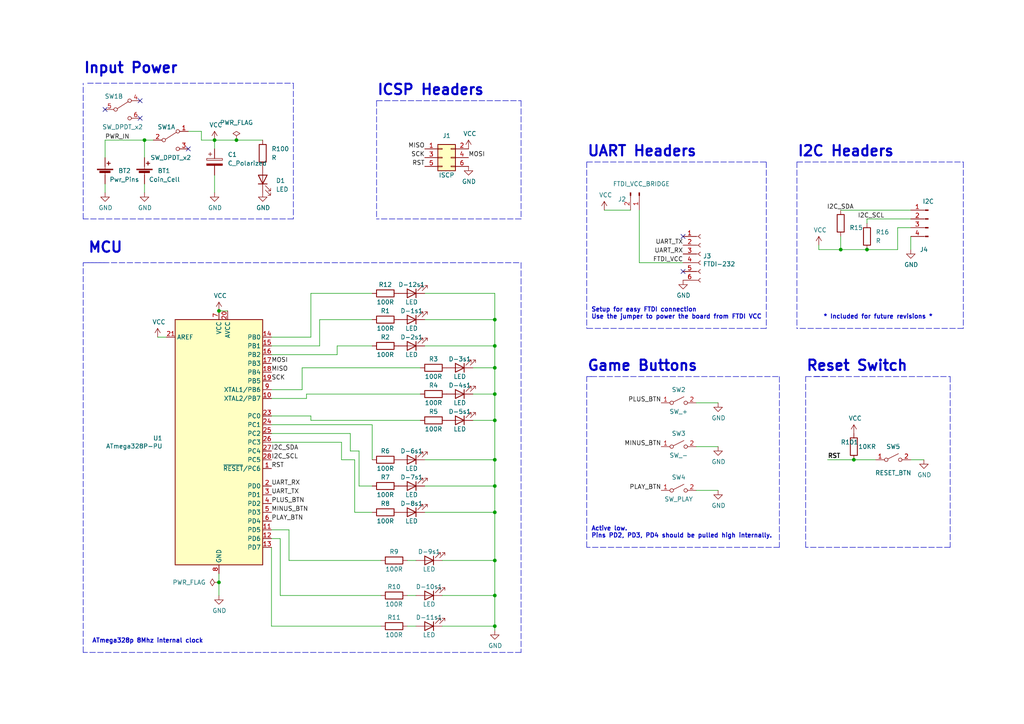
<source format=kicad_sch>
(kicad_sch (version 20211123) (generator eeschema)
  (paper "A4")
  (title_block (title "Reflex Light Game") (date "2022-05-20") (rev "0.1"))
  (lib_symbols
    (symbol "Battery_Cell_1" (pin_numbers hide) (pin_names (offset 0) hide)
      (property "Reference" "BT" (at 2.54 2.54 0))
      (property "Value" "Battery_Cell_1" (at 2.54 0 0))
      (symbol "Battery_Cell_1_0_1"
        (rectangle (start -2.286 1.778) (end 2.286 1.524) (fill (type outline)))
        (rectangle (start -1.5748 1.1938) (end 1.4732 0.6858) (fill (type outline)))
        (polyline (pts (xy 0 0.762) (xy 0 0)))
        (polyline (pts (xy 0 1.778) (xy 0 2.54)))
        (polyline (pts (xy 0.508 3.429) (xy 1.524 3.429)) (stroke (width 0.254)))
        (polyline (pts (xy 1.016 3.937) (xy 1.016 2.921)) (stroke (width 0.254)))
      )
      (symbol "Battery_Cell_1_1_1"
        (pin passive line (at 0 5.08 270) (length 2.54) (name "+") (number "1"))
        (pin passive line (at 0 -2.54 90) (length 2.54) (name "-") (number "2"))
      )
    )
    (symbol "Connector:Conn_01x02_Male" (pin_names (offset 1.016) hide)
      (property "Reference" "J" (at 0 2.54 0))
      (property "Value" "Conn_01x02_Male" (at 0 -5.08 0))
      (symbol "Conn_01x02_Male_1_1"
        (polyline (pts (xy 1.27 -2.54) (xy 0.8636 -2.54)) (stroke (width 0.1524)))
        (polyline (pts (xy 1.27 0) (xy 0.8636 0)) (stroke (width 0.1524)))
        (rectangle (start 0.8636 -2.413) (end 0 -2.667) (stroke (width 0.1524)) (fill (type outline)))
        (rectangle (start 0.8636 0.127) (end 0 -0.127) (stroke (width 0.1524)) (fill (type outline)))
        (pin passive line (at 5.08 0 180) (length 3.81) (name "Pin_1") (number "1"))
        (pin passive line (at 5.08 -2.54 180) (length 3.81) (name "Pin_2") (number "2"))
      )
    )
    (symbol "Connector:Conn_01x04_Male" (pin_names (offset 1.016) hide)
      (property "Reference" "J" (at 0 5.08 0))
      (property "Value" "Conn_01x04_Male" (at 0 -7.62 0))
      (symbol "Conn_01x04_Male_1_1"
        (polyline (pts (xy 1.27 -5.08) (xy 0.8636 -5.08)) (stroke (width 0.1524)))
        (polyline (pts (xy 1.27 -2.54) (xy 0.8636 -2.54)) (stroke (width 0.1524)))
        (polyline (pts (xy 1.27 0) (xy 0.8636 0)) (stroke (width 0.1524)))
        (polyline (pts (xy 1.27 2.54) (xy 0.8636 2.54)) (stroke (width 0.1524)))
        (rectangle (start 0.8636 -4.953) (end 0 -5.207) (stroke (width 0.1524)) (fill (type outline)))
        (rectangle (start 0.8636 -2.413) (end 0 -2.667) (stroke (width 0.1524)) (fill (type outline)))
        (rectangle (start 0.8636 0.127) (end 0 -0.127) (stroke (width 0.1524)) (fill (type outline)))
        (rectangle (start 0.8636 2.667) (end 0 2.413) (stroke (width 0.1524)) (fill (type outline)))
        (pin passive line (at 5.08 2.54 180) (length 3.81) (name "Pin_1") (number "1"))
        (pin passive line (at 5.08 0 180) (length 3.81) (name "Pin_2") (number "2"))
        (pin passive line (at 5.08 -2.54 180) (length 3.81) (name "Pin_3") (number "3"))
        (pin passive line (at 5.08 -5.08 180) (length 3.81) (name "Pin_4") (number "4"))
      )
    )
    (symbol "Connector:Conn_01x06_Female" (pin_names (offset 1.016) hide)
      (property "Reference" "J" (at 0 7.62 0))
      (property "Value" "Conn_01x06_Female" (at 0 -10.16 0))
      (symbol "Conn_01x06_Female_1_1"
        (arc (start 0 -7.112) (mid -0.508 -7.62) (end 0 -8.128) (stroke (width 0.1524)))
        (arc (start 0 -4.572) (mid -0.508 -5.08) (end 0 -5.588) (stroke (width 0.1524)))
        (arc (start 0 -2.032) (mid -0.508 -2.54) (end 0 -3.048) (stroke (width 0.1524)))
        (polyline (pts (xy -1.27 -7.62) (xy -0.508 -7.62)) (stroke (width 0.1524)))
        (polyline (pts (xy -1.27 -5.08) (xy -0.508 -5.08)) (stroke (width 0.1524)))
        (polyline (pts (xy -1.27 -2.54) (xy -0.508 -2.54)) (stroke (width 0.1524)))
        (polyline (pts (xy -1.27 0) (xy -0.508 0)) (stroke (width 0.1524)))
        (polyline (pts (xy -1.27 2.54) (xy -0.508 2.54)) (stroke (width 0.1524)))
        (polyline (pts (xy -1.27 5.08) (xy -0.508 5.08)) (stroke (width 0.1524)))
        (arc (start 0 0.508) (mid -0.508 0) (end 0 -0.508) (stroke (width 0.1524)))
        (arc (start 0 3.048) (mid -0.508 2.54) (end 0 2.032) (stroke (width 0.1524)))
        (arc (start 0 5.588) (mid -0.508 5.08) (end 0 4.572) (stroke (width 0.1524)))
        (pin passive line (at -5.08 5.08 0) (length 3.81) (name "Pin_1") (number "1"))
        (pin passive line (at -5.08 2.54 0) (length 3.81) (name "Pin_2") (number "2"))
        (pin passive line (at -5.08 0 0) (length 3.81) (name "Pin_3") (number "3"))
        (pin passive line (at -5.08 -2.54 0) (length 3.81) (name "Pin_4") (number "4"))
        (pin passive line (at -5.08 -5.08 0) (length 3.81) (name "Pin_5") (number "5"))
        (pin passive line (at -5.08 -7.62 0) (length 3.81) (name "Pin_6") (number "6"))
      )
    )
    (symbol "Connector_Generic:Conn_02x03_Odd_Even" (pin_names (offset 1.016) hide)
      (property "Reference" "J" (at 1.27 5.08 0))
      (property "Value" "Conn_02x03_Odd_Even" (at 1.27 -5.08 0))
      (symbol "Conn_02x03_Odd_Even_1_1"
        (rectangle (start -1.27 -2.413) (end 0 -2.667) (stroke (width 0.1524)))
        (rectangle (start -1.27 0.127) (end 0 -0.127) (stroke (width 0.1524)))
        (rectangle (start -1.27 2.667) (end 0 2.413) (stroke (width 0.1524)))
        (rectangle (start -1.27 3.81) (end 3.81 -3.81) (stroke (width 0.254)) (fill (type background)))
        (rectangle (start 3.81 -2.413) (end 2.54 -2.667) (stroke (width 0.1524)))
        (rectangle (start 3.81 0.127) (end 2.54 -0.127) (stroke (width 0.1524)))
        (rectangle (start 3.81 2.667) (end 2.54 2.413) (stroke (width 0.1524)))
        (pin passive line (at -5.08 2.54 0) (length 3.81) (name "Pin_1") (number "1"))
        (pin passive line (at 7.62 2.54 180) (length 3.81) (name "Pin_2") (number "2"))
        (pin passive line (at -5.08 0 0) (length 3.81) (name "Pin_3") (number "3"))
        (pin passive line (at 7.62 0 180) (length 3.81) (name "Pin_4") (number "4"))
        (pin passive line (at -5.08 -2.54 0) (length 3.81) (name "Pin_5") (number "5"))
        (pin passive line (at 7.62 -2.54 180) (length 3.81) (name "Pin_6") (number "6"))
      )
    )
    (symbol "Device:Battery_Cell" (pin_numbers hide) (pin_names (offset 0) hide)
      (property "Reference" "BT" (at 2.54 2.54 0))
      (property "Value" "Battery_Cell" (at 2.54 0 0))
      (symbol "Battery_Cell_0_1"
        (rectangle (start -2.286 1.778) (end 2.286 1.524) (fill (type outline)))
        (rectangle (start -1.5748 1.1938) (end 1.4732 0.6858) (fill (type outline)))
        (polyline (pts (xy 0 0.762) (xy 0 0)))
        (polyline (pts (xy 0 1.778) (xy 0 2.54)))
        (polyline (pts (xy 0.508 3.429) (xy 1.524 3.429)) (stroke (width 0.254)))
        (polyline (pts (xy 1.016 3.937) (xy 1.016 2.921)) (stroke (width 0.254)))
      )
      (symbol "Battery_Cell_1_1"
        (pin passive line (at 0 5.08 270) (length 2.54) (name "+") (number "1"))
        (pin passive line (at 0 -2.54 90) (length 2.54) (name "-") (number "2"))
      )
    )
    (symbol "Device:C_Polarized" (pin_numbers hide) (pin_names (offset 0.254))
      (property "Reference" "C" (at 0.635 2.54 0))
      (property "Value" "C_Polarized" (at 0.635 -2.54 0))
      (symbol "C_Polarized_0_1"
        (rectangle (start -2.286 0.508) (end 2.286 1.016))
        (polyline (pts (xy -1.778 2.286) (xy -0.762 2.286)))
        (polyline (pts (xy -1.27 2.794) (xy -1.27 1.778)))
        (rectangle (start 2.286 -0.508) (end -2.286 -1.016) (fill (type outline)))
      )
      (symbol "C_Polarized_1_1"
        (pin passive line (at 0 3.81 270) (length 2.794) (name "~") (number "1"))
        (pin passive line (at 0 -3.81 90) (length 2.794) (name "~") (number "2"))
      )
    )
    (symbol "Device:LED" (pin_numbers hide) (pin_names (offset 1.016) hide)
      (property "Reference" "D" (at 0 2.54 0))
      (property "Value" "LED" (at 0 -2.54 0))
      (symbol "LED_0_1"
        (polyline (pts (xy -1.27 -1.27) (xy -1.27 1.27)) (stroke (width 0.254)))
        (polyline (pts (xy -1.27 0) (xy 1.27 0)))
        (polyline (pts (xy 1.27 -1.27) (xy 1.27 1.27) (xy -1.27 0) (xy 1.27 -1.27)) (stroke (width 0.254)))
        (polyline (pts (xy -3.048 -0.762) (xy -4.572 -2.286) (xy -3.81 -2.286) (xy -4.572 -2.286) (xy -4.572 -1.524)))
        (polyline (pts (xy -1.778 -0.762) (xy -3.302 -2.286) (xy -2.54 -2.286) (xy -3.302 -2.286) (xy -3.302 -1.524)))
      )
      (symbol "LED_1_1"
        (pin passive line (at -3.81 0 0) (length 2.54) (name "K") (number "1"))
        (pin passive line (at 3.81 0 180) (length 2.54) (name "A") (number "2"))
      )
    )
    (symbol "Device:R" (pin_numbers hide) (pin_names (offset 0))
      (property "Reference" "R" (at 2.032 0 90))
      (property "Value" "R" (at 0 0 90))
      (symbol "R_0_1"
        (rectangle (start -1.016 -2.54) (end 1.016 2.54) (stroke (width 0.254)))
      )
      (symbol "R_1_1"
        (pin passive line (at 0 3.81 270) (length 1.27) (name "~") (number "1"))
        (pin passive line (at 0 -3.81 90) (length 1.27) (name "~") (number "2"))
      )
    )
    (symbol "LightReflexGame-rescue:ATmega328P-PU-MCU_Microchip_ATmega"
      (property "Reference" "U" (at -12.7 36.83 0))
      (property "Value" "ATmega328P-PU-MCU_Microchip_ATmega" (at 2.54 -36.83 0))
      (symbol "ATmega328P-PU-MCU_Microchip_ATmega_0_1"
        (rectangle (start -12.7 -35.56) (end 12.7 35.56) (stroke (width 0.254)) (fill (type background)))
      )
      (symbol "ATmega328P-PU-MCU_Microchip_ATmega_1_1"
        (pin bidirectional line (at 15.24 -7.62 180) (length 2.54) (name "~{RESET}/PC6") (number "1"))
        (pin bidirectional line (at 15.24 12.7 180) (length 2.54) (name "XTAL2/PB7") (number "10"))
        (pin bidirectional line (at 15.24 -25.4 180) (length 2.54) (name "PD5") (number "11"))
        (pin bidirectional line (at 15.24 -27.94 180) (length 2.54) (name "PD6") (number "12"))
        (pin bidirectional line (at 15.24 -30.48 180) (length 2.54) (name "PD7") (number "13"))
        (pin bidirectional line (at 15.24 30.48 180) (length 2.54) (name "PB0") (number "14"))
        (pin bidirectional line (at 15.24 27.94 180) (length 2.54) (name "PB1") (number "15"))
        (pin bidirectional line (at 15.24 25.4 180) (length 2.54) (name "PB2") (number "16"))
        (pin bidirectional line (at 15.24 22.86 180) (length 2.54) (name "PB3") (number "17"))
        (pin bidirectional line (at 15.24 20.32 180) (length 2.54) (name "PB4") (number "18"))
        (pin bidirectional line (at 15.24 17.78 180) (length 2.54) (name "PB5") (number "19"))
        (pin bidirectional line (at 15.24 -12.7 180) (length 2.54) (name "PD0") (number "2"))
        (pin power_in line (at 2.54 38.1 270) (length 2.54) (name "AVCC") (number "20"))
        (pin passive line (at -15.24 30.48 0) (length 2.54) (name "AREF") (number "21"))
        (pin passive line (at 0 -38.1 90) (length 2.54) hide (name "GND") (number "22"))
        (pin bidirectional line (at 15.24 7.62 180) (length 2.54) (name "PC0") (number "23"))
        (pin bidirectional line (at 15.24 5.08 180) (length 2.54) (name "PC1") (number "24"))
        (pin bidirectional line (at 15.24 2.54 180) (length 2.54) (name "PC2") (number "25"))
        (pin bidirectional line (at 15.24 0 180) (length 2.54) (name "PC3") (number "26"))
        (pin bidirectional line (at 15.24 -2.54 180) (length 2.54) (name "PC4") (number "27"))
        (pin bidirectional line (at 15.24 -5.08 180) (length 2.54) (name "PC5") (number "28"))
        (pin bidirectional line (at 15.24 -15.24 180) (length 2.54) (name "PD1") (number "3"))
        (pin bidirectional line (at 15.24 -17.78 180) (length 2.54) (name "PD2") (number "4"))
        (pin bidirectional line (at 15.24 -20.32 180) (length 2.54) (name "PD3") (number "5"))
        (pin bidirectional line (at 15.24 -22.86 180) (length 2.54) (name "PD4") (number "6"))
        (pin power_in line (at 0 38.1 270) (length 2.54) (name "VCC") (number "7"))
        (pin power_in line (at 0 -38.1 90) (length 2.54) (name "GND") (number "8"))
        (pin bidirectional line (at 15.24 15.24 180) (length 2.54) (name "XTAL1/PB6") (number "9"))
      )
    )
    (symbol "Switch:SW_DPDT_x2" (pin_names (offset 0) hide)
      (property "Reference" "SW" (at 0 4.318 0))
      (property "Value" "SW_DPDT_x2" (at 0 -5.08 0))
      (symbol "SW_DPDT_x2_0_0"
        (circle (center -2.032 0) (radius 0.508))
        (circle (center 2.032 -2.54) (radius 0.508))
      )
      (symbol "SW_DPDT_x2_0_1"
        (polyline (pts (xy -1.524 0.254) (xy 1.651 2.286)))
        (circle (center 2.032 2.54) (radius 0.508))
      )
      (symbol "SW_DPDT_x2_1_1"
        (pin passive line (at 5.08 2.54 180) (length 2.54) (name "A") (number "1"))
        (pin passive line (at -5.08 0 0) (length 2.54) (name "B") (number "2"))
        (pin passive line (at 5.08 -2.54 180) (length 2.54) (name "C") (number "3"))
      )
      (symbol "SW_DPDT_x2_2_1"
        (pin passive line (at 5.08 2.54 180) (length 2.54) (name "A") (number "4"))
        (pin passive line (at -5.08 0 0) (length 2.54) (name "B") (number "5"))
        (pin passive line (at 5.08 -2.54 180) (length 2.54) (name "C") (number "6"))
      )
    )
    (symbol "Switch:SW_SPST" (pin_names (offset 0) hide)
      (property "Reference" "SW" (at 0 3.175 0))
      (property "Value" "SW_SPST" (at 0 -2.54 0))
      (symbol "SW_SPST_0_0"
        (circle (center -2.032 0) (radius 0.508))
        (polyline (pts (xy -1.524 0.254) (xy 1.524 1.778)))
        (circle (center 2.032 0) (radius 0.508))
      )
      (symbol "SW_SPST_1_1"
        (pin passive line (at -5.08 0 0) (length 2.54) (name "A") (number "1"))
        (pin passive line (at 5.08 0 180) (length 2.54) (name "B") (number "2"))
      )
    )
    (symbol "power:GND" (power) (pin_names (offset 0))
      (property "Value" "GND" (at 0 -3.81 0))
      (symbol "GND_0_1"
        (polyline (pts (xy 0 0) (xy 0 -1.27) (xy 1.27 -1.27) (xy 0 -2.54) (xy -1.27 -1.27) (xy 0 -1.27)))
      )
      (symbol "GND_1_1"
        (pin power_in line (at 0 0 270) (length 0) hide (name "GND") (number "1"))
      )
    )
    (symbol "power:PWR_FLAG" (power) (pin_numbers hide) (pin_names (offset 0) hide)
      (property "Value" "PWR_FLAG" (at 0 3.81 0))
      (symbol "PWR_FLAG_0_0"
        (pin power_out line (at 0 0 90) (length 0) (name "pwr") (number "1"))
      )
      (symbol "PWR_FLAG_0_1"
        (polyline (pts (xy 0 0) (xy 0 1.27) (xy -1.016 1.905) (xy 0 2.54) (xy 1.016 1.905) (xy 0 1.27)))
      )
    )
    (symbol "power:VCC" (power) (pin_names (offset 0))
      (property "Value" "VCC" (at 0 3.81 0))
      (symbol "VCC_0_1"
        (polyline (pts (xy -0.762 1.27) (xy 0 2.54)))
        (polyline (pts (xy 0 0) (xy 0 2.54)))
        (polyline (pts (xy 0 2.54) (xy 0.762 1.27)))
      )
      (symbol "VCC_1_1"
        (pin power_in line (at 0 0 90) (length 0) hide (name "VCC") (number "1"))
      )
    )
  )
  (junction (at 143.51 162.56))
  (junction (at 143.51 106.68))
  (junction (at 251.46 72.39))
  (junction (at 143.51 121.92))
  (junction (at 68.58 40.64))
  (junction (at 247.65 133.35))
  (junction (at 41.91 40.64))
  (junction (at 143.51 172.72))
  (junction (at 63.5 168.91))
  (junction (at 143.51 92.71))
  (junction (at 143.51 140.97))
  (junction (at 143.51 133.35))
  (junction (at 62.23 40.64))
  (junction (at 63.5 90.17))
  (junction (at 143.51 114.3))
  (junction (at 143.51 148.59))
  (junction (at 143.51 100.33))
  (junction (at 243.84 72.39))
  (junction (at 143.51 181.61))
  (no_connect (at 30.48 31.75))
  (no_connect (at 40.64 29.21))
  (no_connect (at 198.12 68.58))
  (no_connect (at 40.64 34.29))
  (no_connect (at 198.12 78.74))
  (no_connect (at 54.61 43.18))
  (wire (pts (xy 243.84 60.96) (xy 264.16 60.96)))
  (wire (pts (xy 110.49 172.72) (xy 81.28 172.72)))
  (wire (pts (xy 88.9 114.3) (xy 88.9 115.57)))
  (wire (pts (xy 143.51 140.97) (xy 143.51 148.59)))
  (polyline (pts (xy 231.14 46.99) (xy 279.4 46.99)))
  (polyline (pts (xy 222.25 95.25) (xy 170.18 95.25)))
  (polyline (pts (xy 25.4 76.2) (xy 151.13 76.2)))
  (wire (pts (xy 62.23 40.64) (xy 58.42 40.64)))
  (wire (pts (xy 143.51 148.59) (xy 143.51 162.56)))
  (wire (pts (xy 30.48 55.88) (xy 30.48 53.34)))
  (wire (pts (xy 260.35 66.04) (xy 264.16 66.04)))
  (wire (pts (xy 243.84 72.39) (xy 251.46 72.39)))
  (polyline (pts (xy 231.14 46.99) (xy 231.14 95.25)))
  (polyline (pts (xy 170.18 46.99) (xy 222.25 46.99)))
  (wire (pts (xy 62.23 40.64) (xy 68.58 40.64)))
  (wire (pts (xy 45.72 97.79) (xy 48.26 97.79)))
  (polyline (pts (xy 222.25 46.99) (xy 222.25 95.25)))
  (wire (pts (xy 30.48 40.64) (xy 41.91 40.64)))
  (wire (pts (xy 107.95 123.19) (xy 107.95 133.35)))
  (polyline (pts (xy 170.18 46.99) (xy 170.18 95.25)))
  (wire (pts (xy 99.06 133.35) (xy 99.06 128.27)))
  (wire (pts (xy 185.42 60.96) (xy 185.42 76.2)))
  (wire (pts (xy 102.87 133.35) (xy 99.06 133.35)))
  (wire (pts (xy 63.5 172.72) (xy 63.5 168.91)))
  (wire (pts (xy 123.19 133.35) (xy 143.51 133.35)))
  (wire (pts (xy 102.87 148.59) (xy 107.95 148.59)))
  (wire (pts (xy 62.23 40.64) (xy 62.23 43.18)))
  (polyline (pts (xy 151.13 29.21) (xy 151.13 63.5)))
  (wire (pts (xy 90.17 121.92) (xy 90.17 120.65)))
  (wire (pts (xy 237.49 71.12) (xy 237.49 72.39)))
  (wire (pts (xy 267.97 133.35) (xy 264.16 133.35)))
  (polyline (pts (xy 236.22 109.22) (xy 275.59 109.22)))
  (wire (pts (xy 143.51 100.33) (xy 143.51 106.68)))
  (wire (pts (xy 143.51 92.71) (xy 143.51 100.33)))
  (polyline (pts (xy 25.4 24.13) (xy 85.09 24.13)))
  (wire (pts (xy 240.03 133.35) (xy 247.65 133.35)))
  (polyline (pts (xy 85.09 24.13) (xy 85.09 63.5)))
  (wire (pts (xy 41.91 55.88) (xy 41.91 53.34)))
  (wire (pts (xy 87.63 106.68) (xy 87.63 113.03)))
  (polyline (pts (xy 279.4 46.99) (xy 279.4 95.25)))
  (wire (pts (xy 123.19 100.33) (xy 143.51 100.33)))
  (polyline (pts (xy 24.13 29.21) (xy 24.13 24.13)))
  (wire (pts (xy 78.74 123.19) (xy 107.95 123.19)))
  (wire (pts (xy 90.17 120.65) (xy 78.74 120.65)))
  (wire (pts (xy 81.28 172.72) (xy 81.28 156.21)))
  (wire (pts (xy 63.5 168.91) (xy 63.5 166.37)))
  (polyline (pts (xy 233.68 109.22) (xy 240.03 109.22)))
  (wire (pts (xy 87.63 106.68) (xy 121.92 106.68)))
  (wire (pts (xy 88.9 114.3) (xy 121.92 114.3)))
  (wire (pts (xy 123.19 140.97) (xy 143.51 140.97)))
  (wire (pts (xy 143.51 133.35) (xy 143.51 140.97)))
  (polyline (pts (xy 24.13 189.23) (xy 24.13 76.2)))
  (polyline (pts (xy 171.45 109.22) (xy 226.06 109.22)))
  (wire (pts (xy 118.11 162.56) (xy 120.65 162.56)))
  (wire (pts (xy 128.27 172.72) (xy 143.51 172.72)))
  (polyline (pts (xy 170.18 158.75) (xy 170.18 109.22)))
  (wire (pts (xy 118.11 172.72) (xy 120.65 172.72)))
  (wire (pts (xy 143.51 85.09) (xy 143.51 92.71)))
  (wire (pts (xy 137.16 121.92) (xy 143.51 121.92)))
  (wire (pts (xy 104.14 140.97) (xy 107.95 140.97)))
  (wire (pts (xy 81.28 156.21) (xy 78.74 156.21)))
  (wire (pts (xy 143.51 162.56) (xy 143.51 172.72)))
  (wire (pts (xy 63.5 90.17) (xy 66.04 90.17)))
  (wire (pts (xy 260.35 72.39) (xy 260.35 66.04)))
  (wire (pts (xy 137.16 114.3) (xy 143.51 114.3)))
  (wire (pts (xy 92.71 100.33) (xy 92.71 92.71)))
  (wire (pts (xy 264.16 68.58) (xy 264.16 72.39)))
  (wire (pts (xy 251.46 72.39) (xy 260.35 72.39)))
  (wire (pts (xy 143.51 106.68) (xy 143.51 114.3)))
  (wire (pts (xy 104.14 130.81) (xy 101.6 130.81)))
  (polyline (pts (xy 85.09 63.5) (xy 24.13 63.5)))
  (polyline (pts (xy 170.18 109.22) (xy 171.45 109.22)))
  (wire (pts (xy 185.42 76.2) (xy 198.12 76.2)))
  (wire (pts (xy 68.58 40.64) (xy 76.2 40.64)))
  (wire (pts (xy 90.17 85.09) (xy 107.95 85.09)))
  (wire (pts (xy 137.16 106.68) (xy 143.51 106.68)))
  (wire (pts (xy 83.82 162.56) (xy 83.82 153.67)))
  (wire (pts (xy 87.63 113.03) (xy 78.74 113.03)))
  (wire (pts (xy 41.91 40.64) (xy 41.91 45.72)))
  (wire (pts (xy 123.19 148.59) (xy 143.51 148.59)))
  (wire (pts (xy 90.17 97.79) (xy 90.17 85.09)))
  (wire (pts (xy 99.06 128.27) (xy 78.74 128.27)))
  (wire (pts (xy 83.82 153.67) (xy 78.74 153.67)))
  (wire (pts (xy 143.51 172.72) (xy 143.51 181.61)))
  (wire (pts (xy 128.27 181.61) (xy 143.51 181.61)))
  (wire (pts (xy 243.84 68.58) (xy 243.84 72.39)))
  (wire (pts (xy 128.27 162.56) (xy 143.51 162.56)))
  (polyline (pts (xy 275.59 109.22) (xy 275.59 158.75)))
  (wire (pts (xy 92.71 92.71) (xy 107.95 92.71)))
  (wire (pts (xy 110.49 162.56) (xy 83.82 162.56)))
  (polyline (pts (xy 109.22 29.21) (xy 109.22 63.5)))
  (wire (pts (xy 175.26 60.96) (xy 182.88 60.96)))
  (wire (pts (xy 201.93 129.54) (xy 208.28 129.54)))
  (polyline (pts (xy 226.06 109.22) (xy 226.06 158.75)))
  (polyline (pts (xy 151.13 76.2) (xy 151.13 189.23)))
  (polyline (pts (xy 109.22 29.21) (xy 151.13 29.21)))
  (wire (pts (xy 78.74 125.73) (xy 101.6 125.73)))
  (wire (pts (xy 62.23 50.8) (xy 62.23 55.88)))
  (wire (pts (xy 123.19 85.09) (xy 143.51 85.09)))
  (wire (pts (xy 143.51 181.61) (xy 143.51 182.88)))
  (polyline (pts (xy 279.4 95.25) (xy 231.14 95.25)))
  (polyline (pts (xy 151.13 189.23) (xy 24.13 189.23)))
  (wire (pts (xy 104.14 130.81) (xy 104.14 140.97)))
  (wire (pts (xy 123.19 92.71) (xy 143.51 92.71)))
  (wire (pts (xy 90.17 121.92) (xy 121.92 121.92)))
  (wire (pts (xy 251.46 63.5) (xy 251.46 64.77)))
  (wire (pts (xy 143.51 114.3) (xy 143.51 121.92)))
  (wire (pts (xy 97.79 102.87) (xy 97.79 100.33)))
  (wire (pts (xy 78.74 102.87) (xy 97.79 102.87)))
  (wire (pts (xy 208.28 116.84) (xy 201.93 116.84)))
  (wire (pts (xy 58.42 40.64) (xy 58.42 38.1)))
  (polyline (pts (xy 151.13 63.5) (xy 109.22 63.5)))
  (wire (pts (xy 97.79 100.33) (xy 107.95 100.33)))
  (wire (pts (xy 251.46 63.5) (xy 264.16 63.5)))
  (polyline (pts (xy 24.13 63.5) (xy 24.13 29.21)))
  (wire (pts (xy 118.11 181.61) (xy 120.65 181.61)))
  (wire (pts (xy 237.49 72.39) (xy 243.84 72.39)))
  (wire (pts (xy 102.87 133.35) (xy 102.87 148.59)))
  (wire (pts (xy 30.48 40.64) (xy 30.48 45.72)))
  (wire (pts (xy 78.74 181.61) (xy 78.74 158.75)))
  (wire (pts (xy 143.51 121.92) (xy 143.51 133.35)))
  (wire (pts (xy 78.74 100.33) (xy 92.71 100.33)))
  (wire (pts (xy 58.42 38.1) (xy 54.61 38.1)))
  (polyline (pts (xy 275.59 158.75) (xy 233.68 158.75)))
  (wire (pts (xy 110.49 181.61) (xy 78.74 181.61)))
  (polyline (pts (xy 226.06 158.75) (xy 170.18 158.75)))
  (wire (pts (xy 78.74 97.79) (xy 90.17 97.79)))
  (wire (pts (xy 41.91 40.64) (xy 44.45 40.64)))
  (polyline (pts (xy 24.13 76.2) (xy 30.48 76.2)))
  (polyline (pts (xy 233.68 158.75) (xy 233.68 109.22)))
  (wire (pts (xy 201.93 142.24) (xy 208.28 142.24)))
  (wire (pts (xy 247.65 133.35) (xy 254 133.35)))
  (wire (pts (xy 101.6 130.81) (xy 101.6 125.73)))
  (wire (pts (xy 88.9 115.57) (xy 78.74 115.57)))
  (text "UART Headers" (at 170.18 45.72 0) (effects (font (size 3 3) (thickness 0.6) bold) (justify left bottom)))
  (text "ICSP Headers" (at 109.22 27.94 0) (effects (font (size 3 3) (thickness 0.6) bold) (justify left bottom)))
  (text "* Included for future revisions *" (at 238.76 92.71 0) (effects (font (size 1.27 1.27) bold) (justify left bottom)))
  (text "I2C Headers" (at 231.14 45.72 0) (effects (font (size 3 3) (thickness 0.6) bold) (justify left bottom)))
  (text "ATmega328p 8Mhz internal clock" (at 26.67 186.69 0) (effects (font (size 1.27 1.27) bold) (justify left bottom)))
  (text "Reset Switch" (at 233.68 107.95 0) (effects (font (size 3 3) (thickness 0.6) bold) (justify left bottom)))
  (text "Game Buttons" (at 170.18 107.95 0) (effects (font (size 3 3) (thickness 0.6) bold) (justify left bottom)))
  (text "Setup for easy FTDI connection\nUse the jumper to power the board from FTDI VCC" (at 171.45 92.71 0) (effects (font (size 1.27 1.27) bold) (justify left bottom)))
  (text "MCU" (at 25.4 73.66 0) (effects (font (size 3 3) (thickness 0.6) bold) (justify left bottom)))
  (text "Input Power" (at 24.13 21.59 0) (effects (font (size 3 3) (thickness 0.6) bold) (justify left bottom)))
  (text "Active low. \nPins PD2, PD3, PD4 should be pulled high internally." (at 171.45 156.21 0) (effects (font (size 1.27 1.27) bold) (justify left bottom)))
  (label "SCK" (at 123.19 45.72 180))
  (label "MOSI" (at 78.74 105.41 0))
  (label "RST" (at 243.84 133.35 180) (effects (font bold)))
  (label "PWR_IN" (at 30.48 40.64 0))
  (label "PLAY_BTN" (at 78.74 151.13 0))
  (label "PLAY_BTN" (at 191.77 142.24 180))
  (label "MISO" (at 78.74 107.95 0))
  (label "UART_RX" (at 78.74 140.97 0))
  (label "PLUS_BTN" (at 78.74 146.05 0))
  (label "MOSI" (at 135.89 45.72 0))
  (label "SCK" (at 78.74 110.49 0))
  (label "MISO" (at 123.19 43.18 180))
  (label "MINUS_BTN" (at 78.74 148.59 0))
  (label "I2C_SCL" (at 256.54 63.5 180))
  (label "PLUS_BTN" (at 191.77 116.84 180))
  (label "UART_TX" (at 198.12 71.12 180))
  (label "RST" (at 123.19 48.26 180))
  (label "RST" (at 78.74 135.89 0))
  (label "UART_TX" (at 78.74 143.51 0))
  (label "I2C_SDA" (at 78.74 130.81 0))
  (label "UART_RX" (at 198.12 73.66 180))
  (label "MINUS_BTN" (at 191.77 129.54 180))
  (label "FTDI_VCC" (at 198.12 76.2 180))
  (label "I2C_SDA" (at 247.65 60.96 180))
  (label "I2C_SCL" (at 78.74 133.35 0))
  (symbol (lib_id "LightReflexGame-rescue:ATmega328P-PU-MCU_Microchip_ATmega") (at 63.5 128.27 0) (unit 1)
    (property "Reference" "U1" (at 47.1424 127.1016 0) (effects (justify right)))
    (property "Value" "ATmega328P-PU" (at 47.1424 129.413 0) (effects (justify right)))
    (property "Footprint" "Package_DIP:DIP-28_W7.62mm" (effects hide))
    (property "Datasheet" "http://ww1.microchip.com/downloads/en/DeviceDoc/ATmega328_P%20AVR%20MCU%20with%20picoPower%20Technology%20Data%20Sheet%2040001984A.pdf" (effects hide))
  )
  (symbol (lib_name "Battery_Cell_1") (lib_id "Device:Battery_Cell") (at 41.91 50.8 0) (unit 1)
    (property "Reference" "BT1" (at 45.72 49.53 0) (effects (justify left)))
    (property "Value" "Coin_Cell" (at 43.18 52.07 0) (effects (justify left)))
    (property "Footprint" "Battery:BatteryHolder_bje_THT_1x2032" (effects hide))
  )
  (symbol (lib_id "Device:LED") (at 119.38 85.09 180) (unit 1)
    (property "Reference" "D-12s1" (at 119.38 82.55 0))
    (property "Value" "LED" (at 119.38 87.63 0))
    (property "Footprint" "LED_SMD:LED_0805_2012Metric_Pad1.15x1.40mm_HandSolder" (effects hide))
  )
  (symbol (lib_id "Device:LED") (at 119.38 92.71 180) (unit 1)
    (property "Reference" "D-1s1" (at 119.38 90.17 0))
    (property "Value" "LED" (at 119.38 95.25 0))
    (property "Footprint" "LED_SMD:LED_0805_2012Metric_Pad1.15x1.40mm_HandSolder" (effects hide))
  )
  (symbol (lib_id "Device:LED") (at 119.38 100.33 180) (unit 1)
    (property "Reference" "D-2s1" (at 119.38 97.79 0))
    (property "Value" "LED" (at 119.38 102.87 0))
    (property "Footprint" "LED_SMD:LED_0805_2012Metric_Pad1.15x1.40mm_HandSolder" (effects hide))
  )
  (symbol (lib_id "Device:LED") (at 133.35 106.68 180) (unit 1)
    (property "Reference" "D-3s1" (at 133.35 104.14 0))
    (property "Value" "LED" (at 133.35 109.22 0))
    (property "Footprint" "LED_SMD:LED_0805_2012Metric_Pad1.15x1.40mm_HandSolder" (effects hide))
  )
  (symbol (lib_id "Device:LED") (at 133.35 114.3 180) (unit 1)
    (property "Reference" "D-4s1" (at 133.35 111.76 0))
    (property "Value" "LED" (at 133.35 116.84 0))
    (property "Footprint" "LED_SMD:LED_0805_2012Metric_Pad1.15x1.40mm_HandSolder" (effects hide))
  )
  (symbol (lib_id "Device:LED") (at 133.35 121.92 180) (unit 1)
    (property "Reference" "D-5s1" (at 133.35 119.38 0))
    (property "Value" "LED" (at 133.35 124.46 0))
    (property "Footprint" "LED_SMD:LED_0805_2012Metric_Pad1.15x1.40mm_HandSolder" (effects hide))
  )
  (symbol (lib_id "Device:LED") (at 119.38 133.35 180) (unit 1)
    (property "Reference" "D-6s1" (at 119.38 130.81 0))
    (property "Value" "LED" (at 119.38 135.89 0))
    (property "Footprint" "LED_SMD:LED_0805_2012Metric_Pad1.15x1.40mm_HandSolder" (effects hide))
  )
  (symbol (lib_id "Device:LED") (at 119.38 140.97 180) (unit 1)
    (property "Reference" "D-7s1" (at 119.38 138.43 0))
    (property "Value" "LED" (at 119.38 143.51 0))
    (property "Footprint" "LED_SMD:LED_0805_2012Metric_Pad1.15x1.40mm_HandSolder" (effects hide))
  )
  (symbol (lib_id "Device:LED") (at 119.38 148.59 180) (unit 1)
    (property "Reference" "D-8s1" (at 119.38 146.05 0))
    (property "Value" "LED" (at 119.38 151.13 0))
    (property "Footprint" "LED_SMD:LED_0805_2012Metric_Pad1.15x1.40mm_HandSolder" (effects hide))
  )
  (symbol (lib_id "Device:LED") (at 124.46 162.56 180) (unit 1)
    (property "Reference" "D-9s1" (at 124.46 160.02 0))
    (property "Value" "LED" (at 124.46 165.1 0))
    (property "Footprint" "LED_SMD:LED_0805_2012Metric_Pad1.15x1.40mm_HandSolder" (effects hide))
  )
  (symbol (lib_id "Device:LED") (at 124.46 172.72 180) (unit 1)
    (property "Reference" "D-10s1" (at 124.46 170.18 0))
    (property "Value" "LED" (at 124.46 175.26 0))
    (property "Footprint" "LED_SMD:LED_0805_2012Metric_Pad1.15x1.40mm_HandSolder" (effects hide))
  )
  (symbol (lib_id "Device:LED") (at 124.46 181.61 180) (unit 1)
    (property "Reference" "D-11s1" (at 124.46 179.07 0))
    (property "Value" "LED" (at 124.46 184.15 0))
    (property "Footprint" "LED_SMD:LED_0805_2012Metric_Pad1.15x1.40mm_HandSolder" (effects hide))
  )
  (symbol (lib_id "Connector_Generic:Conn_02x03_Odd_Even") (at 128.27 45.72 0) (unit 1)
    (property "Reference" "J1" (at 129.54 39.37 0))
    (property "Value" "ISCP" (at 129.54 50.8 0))
    (property "Footprint" "Connector_PinHeader_2.54mm:PinHeader_2x03_P2.54mm_Vertical" (effects hide))
  )
  (symbol (lib_id "power:VCC") (at 135.89 43.18 0) (unit 1)
    (property "Reference" "#PWR09" (effects hide))
    (property "Value" "VCC" (at 136.271 38.7858 0))
  )
  (symbol (lib_id "power:VCC") (at 63.5 90.17 0) (unit 1)
    (property "Reference" "#PWR05" (effects hide))
    (property "Value" "VCC" (at 63.881 85.7758 0))
  )
  (symbol (lib_id "power:GND") (at 135.89 48.26 0) (unit 1)
    (property "Reference" "#PWR010" (effects hide))
    (property "Value" "GND" (at 136.017 52.6542 0))
  )
  (symbol (lib_id "Device:R") (at 111.76 85.09 270) (unit 1)
    (property "Reference" "R12" (at 111.76 82.55 90))
    (property "Value" "100R" (at 111.76 87.63 90))
    (property "Footprint" "Resistor_SMD:R_0805_2012Metric" (effects hide))
  )
  (symbol (lib_id "Device:R") (at 111.76 92.71 270) (unit 1)
    (property "Reference" "R1" (at 111.76 90.17 90))
    (property "Value" "100R" (at 111.76 95.25 90))
    (property "Footprint" "Resistor_SMD:R_0805_2012Metric" (effects hide))
  )
  (symbol (lib_id "Device:R") (at 111.76 100.33 270) (unit 1)
    (property "Reference" "R2" (at 111.76 97.79 90))
    (property "Value" "100R" (at 111.76 102.87 90))
    (property "Footprint" "Resistor_SMD:R_0805_2012Metric" (effects hide))
  )
  (symbol (lib_id "Device:R") (at 125.73 106.68 270) (unit 1)
    (property "Reference" "R3" (at 125.73 104.14 90))
    (property "Value" "100R" (at 125.73 109.22 90))
    (property "Footprint" "Resistor_SMD:R_0805_2012Metric" (effects hide))
  )
  (symbol (lib_id "Device:R") (at 125.73 114.3 270) (unit 1)
    (property "Reference" "R4" (at 125.73 111.76 90))
    (property "Value" "100R" (at 125.73 116.84 90))
    (property "Footprint" "Resistor_SMD:R_0805_2012Metric" (effects hide))
  )
  (symbol (lib_id "Device:R") (at 125.73 121.92 270) (unit 1)
    (property "Reference" "R5" (at 125.73 119.38 90))
    (property "Value" "100R" (at 125.73 124.46 90))
    (property "Footprint" "Resistor_SMD:R_0805_2012Metric" (effects hide))
  )
  (symbol (lib_id "Device:R") (at 111.76 133.35 270) (unit 1)
    (property "Reference" "R6" (at 111.76 130.81 90))
    (property "Value" "100R" (at 111.76 135.89 90))
    (property "Footprint" "Resistor_SMD:R_0805_2012Metric" (effects hide))
  )
  (symbol (lib_id "Device:R") (at 111.76 140.97 270) (unit 1)
    (property "Reference" "R7" (at 111.76 138.43 90))
    (property "Value" "100R" (at 111.76 143.51 90))
    (property "Footprint" "Resistor_SMD:R_0805_2012Metric" (effects hide))
  )
  (symbol (lib_id "Device:R") (at 111.76 148.59 270) (unit 1)
    (property "Reference" "R8" (at 111.76 146.05 90))
    (property "Value" "100R" (at 111.76 151.13 90))
    (property "Footprint" "Resistor_SMD:R_0805_2012Metric" (effects hide))
  )
  (symbol (lib_id "Device:R") (at 114.3 162.56 270) (unit 1)
    (property "Reference" "R9" (at 114.3 160.02 90))
    (property "Value" "100R" (at 114.3 165.1 90))
    (property "Footprint" "Resistor_SMD:R_0805_2012Metric" (effects hide))
  )
  (symbol (lib_id "Device:R") (at 114.3 172.72 270) (unit 1)
    (property "Reference" "R10" (at 114.3 170.18 90))
    (property "Value" "100R" (at 114.3 175.26 90))
    (property "Footprint" "Resistor_SMD:R_0805_2012Metric" (effects hide))
  )
  (symbol (lib_id "Device:R") (at 114.3 181.61 270) (unit 1)
    (property "Reference" "R11" (at 114.3 179.07 90))
    (property "Value" "100R" (at 114.3 184.15 90))
    (property "Footprint" "Resistor_SMD:R_0805_2012Metric" (effects hide))
  )
  (symbol (lib_id "power:GND") (at 143.51 182.88 0) (unit 1)
    (property "Reference" "#PWR011" (effects hide))
    (property "Value" "GND" (at 143.637 187.2742 0))
  )
  (symbol (lib_id "power:GND") (at 63.5 172.72 0) (unit 1)
    (property "Reference" "#PWR06" (effects hide))
    (property "Value" "GND" (at 63.627 177.1142 0))
  )
  (symbol (lib_id "Connector:Conn_01x06_Female") (at 203.2 73.66 0) (unit 1)
    (property "Reference" "J3" (at 203.9112 74.2696 0) (effects (justify left)))
    (property "Value" "FTDI-232" (at 203.9112 76.581 0) (effects (justify left)))
    (property "Footprint" "Connector_PinHeader_2.54mm:PinHeader_1x06_P2.54mm_Vertical" (effects hide))
  )
  (symbol (lib_id "power:GND") (at 198.12 81.28 0) (unit 1)
    (property "Reference" "#PWR013" (effects hide))
    (property "Value" "GND" (at 198.247 85.6742 0))
  )
  (symbol (lib_id "power:GND") (at 41.91 55.88 0) (unit 1)
    (property "Reference" "#PWR01" (effects hide))
    (property "Value" "GND" (at 42.037 60.2742 0))
  )
  (symbol (lib_id "Switch:SW_DPDT_x2") (at 49.53 40.64 0) (unit 1)
    (property "Reference" "SW1" (at 48.26 36.83 0))
    (property "Value" "SW_DPDT_x2" (at 49.53 45.72 0))
    (property "Footprint" "Button_Switch_SMD:SW_DPDT_MSS22D18_6pin_bje" (effects hide))
  )
  (symbol (lib_id "power:GND") (at 208.28 116.84 0) (unit 1)
    (property "Reference" "#PWR014" (effects hide))
    (property "Value" "GND" (at 208.407 121.2342 0))
  )
  (symbol (lib_id "Switch:SW_SPST") (at 196.85 142.24 0) (unit 1)
    (property "Reference" "SW4" (at 196.85 138.43 0))
    (property "Value" "SW_PLAY" (at 196.85 144.78 0))
    (property "Footprint" "Button_Switch_SMD:Switch_SPST_SMD_6mm_bje" (effects hide))
  )
  (symbol (lib_id "power:PWR_FLAG") (at 63.5 168.91 90) (unit 1)
    (property "Reference" "#FLG0102" (effects hide))
    (property "Value" "PWR_FLAG" (at 59.69 168.9099 90) (effects (justify left)))
  )
  (symbol (lib_id "power:VCC") (at 237.49 71.12 0) (unit 1)
    (property "Reference" "#PWR017" (effects hide))
    (property "Value" "VCC" (at 237.871 66.7258 0))
  )
  (symbol (lib_id "Device:R") (at 247.65 129.54 0) (unit 1)
    (property "Reference" "R101" (at 243.84 128.27 0) (effects (justify left)))
    (property "Value" "10KR" (at 248.92 129.54 0) (effects (justify left)))
    (property "Footprint" "Resistor_SMD:R_0805_2012Metric" (effects hide))
  )
  (symbol (lib_id "Switch:SW_SPST") (at 196.85 116.84 0) (unit 1)
    (property "Reference" "SW2" (at 196.85 113.03 0))
    (property "Value" "SW_+" (at 196.85 119.38 0))
    (property "Footprint" "Button_Switch_SMD:Switch_SPST_SMD_6mm_bje" (effects hide))
  )
  (symbol (lib_id "Connector:Conn_01x02_Male") (at 185.42 55.88 270) (unit 1)
    (property "Reference" "J2" (at 181.61 57.7851 90) (effects (justify right)))
    (property "Value" "FTDI_VCC_BRIDGE" (at 194.31 53.34 90) (effects (justify right)))
    (property "Footprint" "Connector_PinHeader_2.54mm:PinHeader_1x02_P2.54mm_Vertical" (effects hide))
  )
  (symbol (lib_id "Device:C_Polarized") (at 62.23 46.99 0) (unit 1)
    (property "Reference" "C1" (at 66.04 44.8309 0) (effects (justify left)))
    (property "Value" "C_Polarized" (at 66.04 47.3709 0) (effects (justify left)))
    (property "Footprint" "Capacitor_Tantalum_SMD:CP_EIA-3528-12_Kemet-T" (effects hide))
  )
  (symbol (lib_id "power:VCC") (at 247.65 125.73 0) (unit 1)
    (property "Reference" "#PWR019" (effects hide))
    (property "Value" "VCC" (at 248.031 121.3358 0))
  )
  (symbol (lib_id "power:GND") (at 30.48 55.88 0) (unit 1)
    (property "Reference" "#PWR020" (effects hide))
    (property "Value" "GND" (at 30.607 60.2742 0))
  )
  (symbol (lib_id "Switch:SW_DPDT_x2") (at 35.56 31.75 0) (unit 2)
    (property "Reference" "SW1" (at 33.02 27.94 0))
    (property "Value" "SW_DPDT_x2" (at 35.56 36.83 0))
    (property "Footprint" "Button_Switch_SMD:SW_DPDT_MSS22D18_6pin_bje" (effects hide))
  )
  (symbol (lib_id "power:GND") (at 267.97 133.35 0) (unit 1)
    (property "Reference" "#PWR08" (effects hide))
    (property "Value" "GND" (at 268.097 137.7442 0))
  )
  (symbol (lib_id "power:VCC") (at 62.23 40.64 0) (unit 1)
    (property "Reference" "#PWR03" (effects hide))
    (property "Value" "VCC" (at 62.611 36.2458 0))
  )
  (symbol (lib_id "Device:R") (at 251.46 68.58 0) (unit 1)
    (property "Reference" "R16" (at 254 67.3099 0) (effects (justify left)))
    (property "Value" "R" (at 254 69.8499 0) (effects (justify left)))
    (property "Footprint" "Resistor_SMD:R_0805_2012Metric" (effects hide))
  )
  (symbol (lib_id "power:GND") (at 208.28 142.24 0) (unit 1)
    (property "Reference" "#PWR016" (effects hide))
    (property "Value" "GND" (at 208.407 146.6342 0))
  )
  (symbol (lib_id "power:GND") (at 76.2 55.88 0) (unit 1)
    (property "Reference" "#PWR07" (effects hide))
    (property "Value" "GND" (at 76.327 60.2742 0))
  )
  (symbol (lib_id "Connector:Conn_01x04_Male") (at 269.24 63.5 0) (mirror y) (unit 1)
    (property "Reference" "J4" (at 267.97 72.39 0))
    (property "Value" "I2C" (at 269.24 58.42 0))
    (property "Footprint" "Connector_PinHeader_2.54mm:PinHeader_1x04_P2.54mm_Vertical" (effects hide))
  )
  (symbol (lib_id "power:GND") (at 62.23 55.88 0) (unit 1)
    (property "Reference" "#PWR04" (effects hide))
    (property "Value" "GND" (at 62.357 60.2742 0))
  )
  (symbol (lib_id "power:GND") (at 264.16 72.39 0) (unit 1)
    (property "Reference" "#PWR018" (effects hide))
    (property "Value" "GND" (at 264.287 76.7842 0))
  )
  (symbol (lib_id "Device:LED") (at 76.2 52.07 90) (unit 1)
    (property "Reference" "D1" (at 80.01 52.3874 90) (effects (justify right)))
    (property "Value" "LED" (at 80.01 54.9274 90) (effects (justify right)))
    (property "Footprint" "LED_SMD:LED_0805_2012Metric" (effects hide))
  )
  (symbol (lib_id "Device:Battery_Cell") (at 30.48 50.8 0) (unit 1)
    (property "Reference" "BT2" (at 34.29 49.53 0) (effects (justify left)))
    (property "Value" "Pwr_Pins" (at 31.75 52.07 0) (effects (justify left)))
    (property "Footprint" "Connector_PinHeader_2.54mm:PinHeader_1x02_P2.54mm_Vertical" (effects hide))
  )
  (symbol (lib_id "power:PWR_FLAG") (at 68.58 40.64 0) (unit 1)
    (property "Reference" "#FLG0101" (effects hide))
    (property "Value" "PWR_FLAG" (at 68.58 35.56 0))
  )
  (symbol (lib_id "Switch:SW_SPST") (at 259.08 133.35 0) (unit 1)
    (property "Reference" "SW5" (at 259.08 129.54 0))
    (property "Value" "RESET_BTN" (at 259.08 137.16 0))
    (property "Footprint" "Button_Switch_SMD:SW_SPST_FSMSM" (effects hide))
  )
  (symbol (lib_id "power:VCC") (at 45.72 97.79 0) (unit 1)
    (property "Reference" "#PWR02" (effects hide))
    (property "Value" "VCC" (at 46.101 93.3958 0))
  )
  (symbol (lib_id "Switch:SW_SPST") (at 196.85 129.54 0) (unit 1)
    (property "Reference" "SW3" (at 196.85 125.73 0))
    (property "Value" "SW_-" (at 196.85 132.08 0))
    (property "Footprint" "Button_Switch_SMD:Switch_SPST_SMD_6mm_bje" (effects hide))
  )
  (symbol (lib_id "Device:R") (at 243.84 64.77 0) (unit 1)
    (property "Reference" "R15" (at 246.38 66.04 0) (effects (justify left)))
    (property "Value" "R" (at 246.38 66.0399 0) (effects (justify left)))
    (property "Footprint" "Resistor_SMD:R_0805_2012Metric" (effects hide))
  )
  (symbol (lib_id "Device:R") (at 76.2 44.45 0) (unit 1)
    (property "Reference" "R100" (at 78.74 43.1799 0) (effects (justify left)))
    (property "Value" "R" (at 78.74 45.7199 0) (effects (justify left)))
    (property "Footprint" "Resistor_SMD:R_0805_2012Metric" (effects hide))
  )
  (symbol (lib_id "power:GND") (at 208.28 129.54 0) (unit 1)
    (property "Reference" "#PWR015" (effects hide))
    (property "Value" "GND" (at 208.407 133.9342 0))
  )
  (symbol (lib_id "power:VCC") (at 175.26 60.96 0) (unit 1)
    (property "Reference" "#PWR012" (effects hide))
    (property "Value" "VCC" (at 175.641 56.5658 0))
  )
)
</source>
